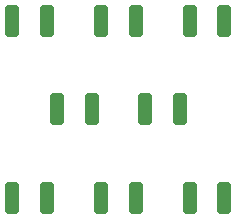
<source format=gbr>
%TF.GenerationSoftware,KiCad,Pcbnew,9.0.2*%
%TF.CreationDate,2025-05-27T17:48:54-07:00*%
%TF.ProjectId,8_6mSiPMs,385f366d-5369-4504-9d73-2e6b69636164,rev?*%
%TF.SameCoordinates,Original*%
%TF.FileFunction,Paste,Bot*%
%TF.FilePolarity,Positive*%
%FSLAX46Y46*%
G04 Gerber Fmt 4.6, Leading zero omitted, Abs format (unit mm)*
G04 Created by KiCad (PCBNEW 9.0.2) date 2025-05-27 17:48:54*
%MOMM*%
%LPD*%
G01*
G04 APERTURE LIST*
G04 Aperture macros list*
%AMRoundRect*
0 Rectangle with rounded corners*
0 $1 Rounding radius*
0 $2 $3 $4 $5 $6 $7 $8 $9 X,Y pos of 4 corners*
0 Add a 4 corners polygon primitive as box body*
4,1,4,$2,$3,$4,$5,$6,$7,$8,$9,$2,$3,0*
0 Add four circle primitives for the rounded corners*
1,1,$1+$1,$2,$3*
1,1,$1+$1,$4,$5*
1,1,$1+$1,$6,$7*
1,1,$1+$1,$8,$9*
0 Add four rect primitives between the rounded corners*
20,1,$1+$1,$2,$3,$4,$5,0*
20,1,$1+$1,$4,$5,$6,$7,0*
20,1,$1+$1,$6,$7,$8,$9,0*
20,1,$1+$1,$8,$9,$2,$3,0*%
G04 Aperture macros list end*
%ADD10RoundRect,0.250000X-0.325000X-1.100000X0.325000X-1.100000X0.325000X1.100000X-0.325000X1.100000X0*%
%ADD11RoundRect,0.250000X0.325000X1.100000X-0.325000X1.100000X-0.325000X-1.100000X0.325000X-1.100000X0*%
G04 APERTURE END LIST*
D10*
%TO.C,10 nF*%
X164968198Y-100100000D03*
X167918198Y-100100000D03*
%TD*%
%TO.C,10 nF*%
X157468198Y-100100000D03*
X160418198Y-100100000D03*
%TD*%
%TO.C,10 nF*%
X149968198Y-115100000D03*
X152918198Y-115100000D03*
%TD*%
%TO.C,10 nF*%
X164968198Y-115100000D03*
X167918198Y-115100000D03*
%TD*%
%TO.C,10 nF*%
X153718198Y-107600000D03*
X156668198Y-107600000D03*
%TD*%
%TO.C,10 nF*%
X161218198Y-107600000D03*
X164168198Y-107600000D03*
%TD*%
D11*
%TO.C,10 nF*%
X152918198Y-100100000D03*
X149968198Y-100100000D03*
%TD*%
D10*
%TO.C,10 nF*%
X157468198Y-115100000D03*
X160418198Y-115100000D03*
%TD*%
M02*

</source>
